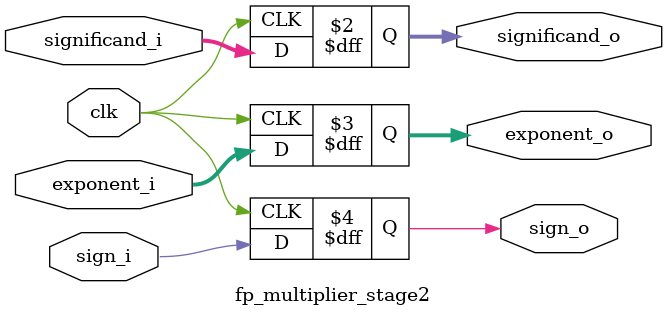
<source format=v>

module fp_multiplier_stage2
	#(parameter EXPONENT_WIDTH = 8, 
	parameter SIGNIFICAND_WIDTH = 23,
	parameter TOTAL_WIDTH = 1 + EXPONENT_WIDTH + SIGNIFICAND_WIDTH,
	parameter SIGNIFICAND_PRODUCT_WIDTH = (SIGNIFICAND_WIDTH + 1) * 2)

	(input										clk,
	input [SIGNIFICAND_PRODUCT_WIDTH - 1:0]		significand_i,
	input [EXPONENT_WIDTH - 1:0] 				exponent_i,
	input 										sign_i,
	output reg[SIGNIFICAND_PRODUCT_WIDTH - 1:0]	significand_o,
	output reg[EXPONENT_WIDTH - 1:0] 			exponent_o,
	output reg									sign_o);

	// XXX placeholder for multi-stage multiplier

	always @(posedge clk)
	begin
		significand_o 				<= #1 significand_i;
		sign_o 						<= #1 sign_i;
		exponent_o 					<= #1 exponent_i;
	end
endmodule


</source>
